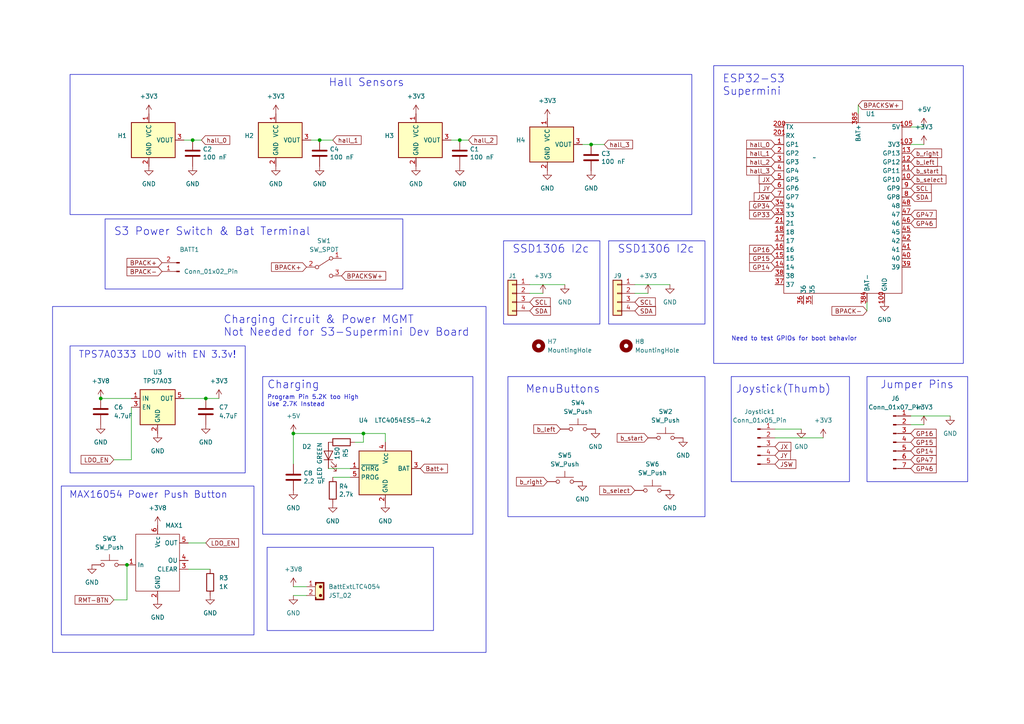
<source format=kicad_sch>
(kicad_sch (version 20230121) (generator eeschema)
  (paper "A4")
  (lib_symbols
    (symbol "Battery_Management:LTC4054ES5-4.2"
      (property "Reference" "U" (at -5.842 6.604 0))
      (property "Value" "LTC4054ES5-4.2" (at 1.524 6.604 0))
      (symbol "LTC4054ES5-4.2_0_1"
        (rectangle (start -7.62 5.08) (end 7.62 -7.62) (stroke (width 0.254)) (fill (type background)))
      )
      (symbol "LTC4054ES5-4.2_1_1"
        (pin open_collector line (at -10.16 0 0) (length 2.54) (name "~{CHRG}") (number "1"))
        (pin power_in line (at 0 -10.16 90) (length 2.54) (name "GND") (number "2"))
        (pin power_out line (at 10.16 0 180) (length 2.54) (name "BAT") (number "3"))
        (pin power_in line (at 0 7.62 270) (length 2.54) (name "V_{CC}") (number "4"))
        (pin bidirectional line (at -10.16 -2.54 0) (length 2.54) (name "PROG") (number "5"))
      )
    )
    (symbol "ChargingStuffsLib:MAX16054"
      (property "Reference" "MAX" (at 0 10.16 0))
      (symbol "MAX16054_0_1"
        (rectangle (start -6.35 2.54) (end 6.35 -13.97))
      )
      (symbol "MAX16054_1_1"
        (pin input line (at -8.89 -6.35 0) (length 2.54) (name "In") (number "1"))
        (pin input line (at 0 -16.51 90) (length 2.54) (name "GND") (number "2"))
        (pin input line (at 8.89 -7.62 180) (length 2.54) (name "CLEAR") (number "3"))
        (pin input line (at 8.89 -5.08 180) (length 2.54) (name "OU") (number "4"))
        (pin input line (at 8.89 0 180) (length 2.54) (name "OUT") (number "5"))
        (pin input line (at 0 5.08 270) (length 2.54) (name "Vcc") (number "6"))
      )
    )
    (symbol "Connector:Conn_01x02_Pin" (pin_names (offset 1.016) hide)
      (property "Reference" "J" (at 0 2.54 0))
      (property "Value" "Conn_01x02_Pin" (at 0 -5.08 0))
      (symbol "Conn_01x02_Pin_1_1"
        (polyline (pts (xy 1.27 -2.54) (xy 0.8636 -2.54)) (stroke (width 0.1524)))
        (polyline (pts (xy 1.27 0) (xy 0.8636 0)) (stroke (width 0.1524)))
        (rectangle (start 0.8636 -2.413) (end 0 -2.667) (stroke (width 0.1524)) (fill (type outline)))
        (rectangle (start 0.8636 0.127) (end 0 -0.127) (stroke (width 0.1524)) (fill (type outline)))
        (pin passive line (at 5.08 0 180) (length 3.81) (name "Pin_1") (number "1"))
        (pin passive line (at 5.08 -2.54 180) (length 3.81) (name "Pin_2") (number "2"))
      )
    )
    (symbol "Connector:Conn_01x05_Pin" (pin_names (offset 1.016) hide)
      (property "Reference" "J" (at 0 7.62 0))
      (property "Value" "Conn_01x05_Pin" (at 0 -7.62 0))
      (symbol "Conn_01x05_Pin_1_1"
        (polyline (pts (xy 1.27 -5.08) (xy 0.8636 -5.08)) (stroke (width 0.1524)))
        (polyline (pts (xy 1.27 -2.54) (xy 0.8636 -2.54)) (stroke (width 0.1524)))
        (polyline (pts (xy 1.27 0) (xy 0.8636 0)) (stroke (width 0.1524)))
        (polyline (pts (xy 1.27 2.54) (xy 0.8636 2.54)) (stroke (width 0.1524)))
        (polyline (pts (xy 1.27 5.08) (xy 0.8636 5.08)) (stroke (width 0.1524)))
        (rectangle (start 0.8636 -4.953) (end 0 -5.207) (stroke (width 0.1524)) (fill (type outline)))
        (rectangle (start 0.8636 -2.413) (end 0 -2.667) (stroke (width 0.1524)) (fill (type outline)))
        (rectangle (start 0.8636 0.127) (end 0 -0.127) (stroke (width 0.1524)) (fill (type outline)))
        (rectangle (start 0.8636 2.667) (end 0 2.413) (stroke (width 0.1524)) (fill (type outline)))
        (rectangle (start 0.8636 5.207) (end 0 4.953) (stroke (width 0.1524)) (fill (type outline)))
        (pin passive line (at 5.08 5.08 180) (length 3.81) (name "Pin_1") (number "1"))
        (pin passive line (at 5.08 2.54 180) (length 3.81) (name "Pin_2") (number "2"))
        (pin passive line (at 5.08 0 180) (length 3.81) (name "Pin_3") (number "3"))
        (pin passive line (at 5.08 -2.54 180) (length 3.81) (name "Pin_4") (number "4"))
        (pin passive line (at 5.08 -5.08 180) (length 3.81) (name "Pin_5") (number "5"))
      )
    )
    (symbol "Connector:Conn_01x07_Pin" (pin_names (offset 1.016) hide)
      (property "Reference" "J" (at 0 10.16 0))
      (property "Value" "Conn_01x07_Pin" (at 0 -10.16 0))
      (symbol "Conn_01x07_Pin_1_1"
        (polyline (pts (xy 1.27 -7.62) (xy 0.8636 -7.62)) (stroke (width 0.1524)))
        (polyline (pts (xy 1.27 -5.08) (xy 0.8636 -5.08)) (stroke (width 0.1524)))
        (polyline (pts (xy 1.27 -2.54) (xy 0.8636 -2.54)) (stroke (width 0.1524)))
        (polyline (pts (xy 1.27 0) (xy 0.8636 0)) (stroke (width 0.1524)))
        (polyline (pts (xy 1.27 2.54) (xy 0.8636 2.54)) (stroke (width 0.1524)))
        (polyline (pts (xy 1.27 5.08) (xy 0.8636 5.08)) (stroke (width 0.1524)))
        (polyline (pts (xy 1.27 7.62) (xy 0.8636 7.62)) (stroke (width 0.1524)))
        (rectangle (start 0.8636 -7.493) (end 0 -7.747) (stroke (width 0.1524)) (fill (type outline)))
        (rectangle (start 0.8636 -4.953) (end 0 -5.207) (stroke (width 0.1524)) (fill (type outline)))
        (rectangle (start 0.8636 -2.413) (end 0 -2.667) (stroke (width 0.1524)) (fill (type outline)))
        (rectangle (start 0.8636 0.127) (end 0 -0.127) (stroke (width 0.1524)) (fill (type outline)))
        (rectangle (start 0.8636 2.667) (end 0 2.413) (stroke (width 0.1524)) (fill (type outline)))
        (rectangle (start 0.8636 5.207) (end 0 4.953) (stroke (width 0.1524)) (fill (type outline)))
        (rectangle (start 0.8636 7.747) (end 0 7.493) (stroke (width 0.1524)) (fill (type outline)))
        (pin passive line (at 5.08 7.62 180) (length 3.81) (name "Pin_1") (number "1"))
        (pin passive line (at 5.08 5.08 180) (length 3.81) (name "Pin_2") (number "2"))
        (pin passive line (at 5.08 2.54 180) (length 3.81) (name "Pin_3") (number "3"))
        (pin passive line (at 5.08 0 180) (length 3.81) (name "Pin_4") (number "4"))
        (pin passive line (at 5.08 -2.54 180) (length 3.81) (name "Pin_5") (number "5"))
        (pin passive line (at 5.08 -5.08 180) (length 3.81) (name "Pin_6") (number "6"))
        (pin passive line (at 5.08 -7.62 180) (length 3.81) (name "Pin_7") (number "7"))
      )
    )
    (symbol "Connector_Generic:Conn_01x04" (pin_names (offset 1.016) hide)
      (property "Reference" "J" (at 0 5.08 0))
      (property "Value" "Conn_01x04" (at 0 -7.62 0))
      (symbol "Conn_01x04_1_1"
        (rectangle (start -1.27 -4.953) (end 0 -5.207) (stroke (width 0.1524)))
        (rectangle (start -1.27 -2.413) (end 0 -2.667) (stroke (width 0.1524)))
        (rectangle (start -1.27 0.127) (end 0 -0.127) (stroke (width 0.1524)))
        (rectangle (start -1.27 2.667) (end 0 2.413) (stroke (width 0.1524)))
        (rectangle (start -1.27 3.81) (end 1.27 -6.35) (stroke (width 0.254)) (fill (type background)))
        (pin passive line (at -5.08 2.54 0) (length 3.81) (name "Pin_1") (number "1"))
        (pin passive line (at -5.08 0 0) (length 3.81) (name "Pin_2") (number "2"))
        (pin passive line (at -5.08 -2.54 0) (length 3.81) (name "Pin_3") (number "3"))
        (pin passive line (at -5.08 -5.08 0) (length 3.81) (name "Pin_4") (number "4"))
      )
    )
    (symbol "Device:C" (pin_numbers hide) (pin_names (offset 0.254))
      (property "Reference" "C" (at 0.635 2.54 0))
      (property "Value" "C" (at 0.635 -2.54 0))
      (symbol "C_0_1"
        (polyline (pts (xy -2.032 -0.762) (xy 2.032 -0.762)) (stroke (width 0.508)))
        (polyline (pts (xy -2.032 0.762) (xy 2.032 0.762)) (stroke (width 0.508)))
      )
      (symbol "C_1_1"
        (pin passive line (at 0 3.81 270) (length 2.794) (name "~") (number "1"))
        (pin passive line (at 0 -3.81 90) (length 2.794) (name "~") (number "2"))
      )
    )
    (symbol "Device:LED" (pin_numbers hide) (pin_names (offset 1.016) hide)
      (property "Reference" "D" (at 0 2.54 0))
      (property "Value" "LED" (at 0 -2.54 0))
      (symbol "LED_0_1"
        (polyline (pts (xy -1.27 -1.27) (xy -1.27 1.27)) (stroke (width 0.2032)))
        (polyline (pts (xy -1.27 0) (xy 1.27 0)))
        (polyline (pts (xy 1.27 -1.27) (xy 1.27 1.27) (xy -1.27 0) (xy 1.27 -1.27)) (stroke (width 0.2032)))
        (polyline (pts (xy -3.048 -0.762) (xy -4.572 -2.286) (xy -3.81 -2.286) (xy -4.572 -2.286) (xy -4.572 -1.524)))
        (polyline (pts (xy -1.778 -0.762) (xy -3.302 -2.286) (xy -2.54 -2.286) (xy -3.302 -2.286) (xy -3.302 -1.524)))
      )
      (symbol "LED_1_1"
        (pin passive line (at -3.81 0 0) (length 2.54) (name "K") (number "1"))
        (pin passive line (at 3.81 0 180) (length 2.54) (name "A") (number "2"))
      )
    )
    (symbol "Device:R" (pin_numbers hide) (pin_names (offset 0))
      (property "Reference" "R" (at 2.032 0 90))
      (property "Value" "R" (at 0 0 90))
      (symbol "R_0_1"
        (rectangle (start -1.016 -2.54) (end 1.016 2.54) (stroke (width 0.254)))
      )
      (symbol "R_1_1"
        (pin passive line (at 0 3.81 270) (length 1.27) (name "~") (number "1"))
        (pin passive line (at 0 -3.81 90) (length 1.27) (name "~") (number "2"))
      )
    )
    (symbol "LASK5-Symbol-Library:ESP32-S3"
      (property "Reference" "U" (at 2.54 10.16 0))
      (symbol "ESP32-S3_0_1"
        (rectangle (start -8.89 10.16) (end 25.4 -39.37))
      )
      (symbol "ESP32-S3_1_1"
        (pin input line (at -11.43 3.81 0) (length 2.54) (name "GP1") (number "1"))
        (pin input line (at 27.94 -6.35 180) (length 2.54) (name "GP10") (number "10"))
        (pin input line (at 20.32 -41.91 90) (length 2.54) (name "GND") (number "100"))
        (pin input line (at 27.94 3.81 180) (length 2.54) (name "3V3") (number "103"))
        (pin input line (at 27.94 8.89 180) (length 2.54) (name "5V") (number "105"))
        (pin input line (at 27.94 -3.81 180) (length 2.54) (name "GP11") (number "11"))
        (pin input line (at 27.94 -1.27 180) (length 2.54) (name "GP12") (number "12"))
        (pin input line (at 27.94 1.27 180) (length 2.54) (name "GP13") (number "13"))
        (pin input line (at -11.43 -31.75 0) (length 2.54) (name "14") (number "14"))
        (pin input line (at -11.43 -29.21 0) (length 2.54) (name "15") (number "15"))
        (pin input line (at -11.43 -26.67 0) (length 2.54) (name "16") (number "16"))
        (pin input line (at -11.43 -24.13 0) (length 2.54) (name "17") (number "17"))
        (pin input line (at -11.43 -21.59 0) (length 2.54) (name "18") (number "18"))
        (pin input line (at -11.43 1.27 0) (length 2.54) (name "GP2") (number "2"))
        (pin input line (at -11.43 8.89 0) (length 2.54) (name "TX") (number "200"))
        (pin input line (at -11.43 6.35 0) (length 2.54) (name "RX") (number "201"))
        (pin input line (at -11.43 -19.05 0) (length 2.54) (name "21") (number "21"))
        (pin input line (at -11.43 -1.27 0) (length 2.54) (name "GP3") (number "3"))
        (pin input line (at -11.43 -16.51 0) (length 2.54) (name "33") (number "33"))
        (pin input line (at -11.43 -13.97 0) (length 2.54) (name "34") (number "34"))
        (pin input line (at -0.635 -42.545 90) (length 2.54) (name "35") (number "35"))
        (pin input line (at -3.175 -42.545 90) (length 2.54) (name "36") (number "36"))
        (pin input line (at -11.43 -36.83 0) (length 2.54) (name "37") (number "37"))
        (pin input line (at -11.43 -34.29 0) (length 2.54) (name "38") (number "38"))
        (pin input line (at 15.24 -41.91 90) (length 2.54) (name "BAT-") (number "384"))
        (pin input line (at 12.7 12.7 270) (length 2.54) (name "BAT+") (number "385"))
        (pin input line (at 27.94 -31.75 180) (length 2.54) (name "39") (number "39"))
        (pin input line (at -11.43 -3.81 0) (length 2.54) (name "GP4") (number "4"))
        (pin input line (at 27.94 -29.21 180) (length 2.54) (name "40") (number "40"))
        (pin input line (at 27.94 -26.67 180) (length 2.54) (name "41") (number "41"))
        (pin input line (at 27.94 -24.13 180) (length 2.54) (name "42") (number "42"))
        (pin input line (at 27.94 -21.59 180) (length 2.54) (name "45") (number "45"))
        (pin input line (at 27.94 -19.05 180) (length 2.54) (name "46") (number "46"))
        (pin input line (at 27.94 -16.51 180) (length 2.54) (name "47") (number "47"))
        (pin input line (at 27.94 -13.97 180) (length 2.54) (name "48") (number "48"))
        (pin input line (at -11.43 -6.35 0) (length 2.54) (name "GP5") (number "5"))
        (pin input line (at -11.43 -8.89 0) (length 2.54) (name "GP6") (number "6"))
        (pin input line (at -11.43 -11.43 0) (length 2.54) (name "GP7") (number "7"))
        (pin input line (at 27.94 -11.43 180) (length 2.54) (name "GP8") (number "8"))
        (pin input line (at 27.94 -8.89 180) (length 2.54) (name "GP9") (number "9"))
      )
    )
    (symbol "Mechanical:MountingHole" (pin_names (offset 1.016))
      (property "Reference" "H" (at 0 5.08 0))
      (property "Value" "MountingHole" (at 0 3.175 0))
      (symbol "MountingHole_0_1"
        (circle (center 0 0) (radius 1.27) (stroke (width 1.27)))
      )
    )
    (symbol "PCM_SL_Connectors:JST_02"
      (property "Reference" "J" (at 0 7.62 0))
      (property "Value" "JST_02" (at 0 5.08 0))
      (symbol "JST_02_0_1"
        (rectangle (start -1.27 2.54) (end 1.27 -2.54) (fill (type background)))
        (polyline (pts (xy -1.27 -1.778) (xy -1.27 -2.54) (xy 1.27 -2.54) (xy 1.27 -1.778) (xy 1.016 -1.778) (xy 1.016 -2.286) (xy -1.016 -2.286) (xy -1.016 -1.778) (xy -1.27 -1.778)) (fill (type outline)))
        (polyline (pts (xy 1.27 1.778) (xy 1.27 2.54) (xy -1.27 2.54) (xy -1.27 1.778) (xy -1.016 1.778) (xy -1.016 2.286) (xy 1.016 2.286) (xy 1.016 1.778) (xy 1.27 1.778)) (fill (type outline)))
        (circle (center 0.254 -1.27) (radius 0.381) (fill (type outline)))
        (circle (center 0.254 1.27) (radius 0.381) (fill (type outline)))
        (rectangle (start 1.016 1.778) (end 1.27 -1.778) (fill (type outline)))
      )
      (symbol "JST_02_1_1"
        (pin passive line (at -3.81 1.27 0) (length 2.54) (name "") (number "1"))
        (pin passive line (at -3.81 -1.27 0) (length 2.54) (name "") (number "2"))
      )
    )
    (symbol "Regulator_Linear:TPS7A0508PDBV"
      (property "Reference" "U5" (at 0 10.16 0))
      (property "Value" "TPS7A03" (at 0 7.62 0))
      (symbol "TPS7A0508PDBV_0_1"
        (rectangle (start -5.08 -5.08) (end 5.08 5.08) (stroke (width 0.254)) (fill (type background)))
        (pin power_in line (at -7.62 2.54 0) (length 2.54) (name "IN") (number "1"))
        (pin power_in line (at 0 -7.62 90) (length 2.54) (name "GND") (number "2"))
        (pin input line (at -7.62 0 0) (length 2.54) (name "EN") (number "3"))
        (pin no_connect line (at 5.08 0 180) (length 2.54) hide (name "NC") (number "4"))
        (pin power_out line (at 7.62 2.54 180) (length 2.54) (name "OUT") (number "5"))
      )
    )
    (symbol "Sensor_Current:A1369xUA-10"
      (property "Reference" "U" (at 8.89 6.35 0))
      (property "Value" "A1369xUA-10" (at 8.89 3.81 0))
      (symbol "A1369xUA-10_0_1"
        (rectangle (start -5.08 5.08) (end 7.62 -5.08) (stroke (width 0.254)) (fill (type background)))
      )
      (symbol "A1369xUA-10_1_1"
        (pin power_in line (at 0 7.62 270) (length 2.54) (name "VCC") (number "1"))
        (pin power_in line (at 0 -7.62 90) (length 2.54) (name "GND") (number "2"))
        (pin output line (at 10.16 0 180) (length 2.54) (name "VOUT") (number "3"))
      )
    )
    (symbol "Switch:SW_Push" (pin_numbers hide) (pin_names (offset 1.016) hide)
      (property "Reference" "SW" (at 1.27 2.54 0))
      (property "Value" "SW_Push" (at 0 -1.524 0))
      (symbol "SW_Push_0_1"
        (circle (center -2.032 0) (radius 0.508))
        (polyline (pts (xy 0 1.27) (xy 0 3.048)))
        (polyline (pts (xy 2.54 1.27) (xy -2.54 1.27)))
        (circle (center 2.032 0) (radius 0.508))
        (pin passive line (at -5.08 0 0) (length 2.54) (name "1") (number "1"))
        (pin passive line (at 5.08 0 180) (length 2.54) (name "2") (number "2"))
      )
    )
    (symbol "Switch:SW_SPDT" (pin_names (offset 0) hide)
      (property "Reference" "SW" (at 0 4.318 0))
      (property "Value" "SW_SPDT" (at 0 -5.08 0))
      (symbol "SW_SPDT_0_0"
        (circle (center -2.032 0) (radius 0.508))
        (circle (center 2.032 -2.54) (radius 0.508))
      )
      (symbol "SW_SPDT_0_1"
        (polyline (pts (xy -1.524 0.254) (xy 1.651 2.286)))
        (circle (center 2.032 2.54) (radius 0.508))
      )
      (symbol "SW_SPDT_1_1"
        (pin passive line (at 5.08 2.54 180) (length 2.54) (name "A") (number "1"))
        (pin passive line (at -5.08 0 0) (length 2.54) (name "B") (number "2"))
        (pin passive line (at 5.08 -2.54 180) (length 2.54) (name "C") (number "3"))
      )
    )
    (symbol "power:+3V3" (power) (pin_names (offset 0))
      (property "Value" "+3V3" (at 0 3.556 0))
      (symbol "+3V3_0_1"
        (polyline (pts (xy -0.762 1.27) (xy 0 2.54)))
        (polyline (pts (xy 0 0) (xy 0 2.54)))
        (polyline (pts (xy 0 2.54) (xy 0.762 1.27)))
      )
      (symbol "+3V3_1_1"
        (pin power_in line (at 0 0 90) (length 0) hide (name "+3V3") (number "1"))
      )
    )
    (symbol "power:+3V8" (power) (pin_names (offset 0))
      (property "Value" "+3V8" (at 0 3.556 0))
      (symbol "+3V8_0_1"
        (polyline (pts (xy -0.762 1.27) (xy 0 2.54)))
        (polyline (pts (xy 0 0) (xy 0 2.54)))
        (polyline (pts (xy 0 2.54) (xy 0.762 1.27)))
      )
      (symbol "+3V8_1_1"
        (pin power_in line (at 0 0 90) (length 0) hide (name "+3V8") (number "1"))
      )
    )
    (symbol "power:+5V" (power) (pin_names (offset 0))
      (property "Value" "+5V" (at 0 3.556 0))
      (symbol "+5V_0_1"
        (polyline (pts (xy -0.762 1.27) (xy 0 2.54)))
        (polyline (pts (xy 0 0) (xy 0 2.54)))
        (polyline (pts (xy 0 2.54) (xy 0.762 1.27)))
      )
      (symbol "+5V_1_1"
        (pin power_in line (at 0 0 90) (length 0) hide (name "+5V") (number "1"))
      )
    )
    (symbol "power:GND" (power) (pin_names (offset 0))
      (property "Value" "GND" (at 0 -3.81 0))
      (symbol "GND_0_1"
        (polyline (pts (xy 0 0) (xy 0 -1.27) (xy 1.27 -1.27) (xy 0 -2.54) (xy -1.27 -1.27) (xy 0 -1.27)))
      )
      (symbol "GND_1_1"
        (pin power_in line (at 0 0 270) (length 0) hide (name "GND") (number "1"))
      )
    )
  )
  (junction (at 133.35 40.64))
  (junction (at 36.83 163.83))
  (junction (at 105.41 125.73))
  (junction (at 59.69 115.57))
  (junction (at 92.71 40.64))
  (junction (at 29.21 115.57))
  (junction (at 85.09 125.73))
  (junction (at 171.45 41.91))
  (junction (at 55.88 40.64))
  (wire (pts (xy 36.83 173.99) (xy 33.02 173.99)))
  (wire (pts (xy 267.97 36.83) (xy 264.16 36.83)))
  (wire (pts (xy 55.88 40.64) (xy 53.34 40.64)))
  (wire (pts (xy 85.09 172.72) (xy 88.9 172.72)))
  (wire (pts (xy 105.41 125.73) (xy 111.76 125.73)))
  (wire (pts (xy 175.26 41.91) (xy 171.45 41.91)))
  (wire (pts (xy 248.92 30.48) (xy 248.92 33.02)))
  (wire (pts (xy 232.41 124.46) (xy 224.79 124.46)))
  (wire (pts (xy 85.09 134.62) (xy 85.09 125.73)))
  (wire (pts (xy 163.83 82.55) (xy 153.67 82.55)))
  (wire (pts (xy 92.71 40.64) (xy 90.17 40.64)))
  (wire (pts (xy 95.25 135.89) (xy 101.6 135.89)))
  (wire (pts (xy 171.45 41.91) (xy 168.91 41.91)))
  (wire (pts (xy 105.41 128.27) (xy 105.41 125.73)))
  (wire (pts (xy 251.46 90.17) (xy 251.46 87.63)))
  (wire (pts (xy 102.87 128.27) (xy 105.41 128.27)))
  (wire (pts (xy 133.35 40.64) (xy 130.81 40.64)))
  (wire (pts (xy 267.97 123.19) (xy 264.16 123.19)))
  (wire (pts (xy 38.1 133.35) (xy 33.02 133.35)))
  (wire (pts (xy 63.5 115.57) (xy 59.69 115.57)))
  (wire (pts (xy 238.76 127) (xy 224.79 127)))
  (wire (pts (xy 29.21 115.57) (xy 38.1 115.57)))
  (wire (pts (xy 135.89 40.64) (xy 133.35 40.64)))
  (wire (pts (xy 275.59 120.65) (xy 264.16 120.65)))
  (wire (pts (xy 59.69 115.57) (xy 53.34 115.57)))
  (wire (pts (xy 96.52 40.64) (xy 92.71 40.64)))
  (wire (pts (xy 54.61 165.1) (xy 60.96 165.1)))
  (wire (pts (xy 96.52 138.43) (xy 101.6 138.43)))
  (wire (pts (xy 85.09 125.73) (xy 105.41 125.73)))
  (wire (pts (xy 85.09 170.18) (xy 88.9 170.18)))
  (wire (pts (xy 59.69 157.48) (xy 54.61 157.48)))
  (wire (pts (xy 111.76 125.73) (xy 111.76 128.27)))
  (wire (pts (xy 267.97 41.91) (xy 264.16 41.91)))
  (wire (pts (xy 194.31 82.55) (xy 184.15 82.55)))
  (wire (pts (xy 187.96 85.09) (xy 184.15 85.09)))
  (wire (pts (xy 58.42 40.64) (xy 55.88 40.64)))
  (wire (pts (xy 38.1 118.11) (xy 38.1 133.35)))
  (wire (pts (xy 157.48 85.09) (xy 153.67 85.09)))
  (wire (pts (xy 36.83 163.83) (xy 36.83 173.99)))
  (rectangle (start 20.32 100.33) (end 71.12 137.16))
  (rectangle (start 212.09 109.22) (end 246.38 139.7))
  (rectangle (start 207.01 19.05) (end 279.4 105.41))
  (rectangle (start 30.48 63.5) (end 116.84 83.82))
  (rectangle (start 176.53 69.85) (end 204.47 93.98))
  (rectangle (start 251.46 109.22) (end 280.67 139.7))
  (rectangle (start 17.78 140.97) (end 73.66 184.15))
  (rectangle (start 147.32 109.22) (end 204.47 149.86))
  (rectangle (start 146.05 69.85) (end 173.99 93.98))
  (rectangle (start 15.24 88.9) (end 140.97 189.23))
  (rectangle (start 76.2 109.22) (end 137.16 154.94))
  (rectangle (start 77.47 158.75) (end 125.73 182.88))
  (rectangle (start 20.32 21.59) (end 200.66 62.23))
  (text "Jumper Pins" (at 255.27 113.03 0) (effects (font (size 2.27 2.27)) (justify left bottom)))
  (text "MenuButtons\n" (at 152.4 114.3 0) (effects (font (size 2.27 2.27)) (justify left bottom)))
  (text "MAX16054 Power Push Button" (at 66.04 144.78 0) (effects (font (size 2 2)) (justify right bottom)))
  (text "Joystick(Thumb)" (at 213.36 114.3 0) (effects (font (size 2.27 2.27)) (justify left bottom)))
  (text "Program Pin 5.2K too High\nUse 2.7K Instead\n" (at 77.47 118.11 0) (effects (font (size 1.27 1.27)) (justify left bottom)))
  (text "Charging\n" (at 77.47 113.03 0) (effects (font (size 2.27 2.27)) (justify left bottom)))
  (text "ESP32-S3\nSupermini" (at 209.55 27.94 0) (effects (font (size 2.27 2.27)) (justify left bottom)))
  (text "Need to test GPIOs for boot behavior" (at 212.09 99.06 0) (effects (font (size 1.27 1.27)) (justify left bottom)))
  (text "SSD1306 I2c" (at 179.07 73.66 0) (effects (font (size 2.27 2.27)) (justify left bottom)))
  (text "Charging Circuit & Power MGMT\nNot Needed for S3-Supermini Dev Board" (at 64.77 97.79 0) (effects (font (size 2.27 2.27)) (justify left bottom)))
  (text "SSD1306 I2c" (at 148.59 73.66 0) (effects (font (size 2.27 2.27)) (justify left bottom)))
  (text "TPS7A0333 LDO with EN 3.3v!" (at 68.58 104.14 0) (effects (font (size 2 2)) (justify right bottom)))
  (text "Hall Sensors" (at 95.25 25.4 0) (effects (font (size 2.27 2.27)) (justify left bottom)))
  (text "S3 Power Switch & Bat Terminal" (at 33.02 68.58 0) (effects (font (size 2.27 2.27)) (justify left bottom)))
  (global_label "LDO_EN" (shape input) (at 33.02 133.35 180) (property "Intersheetrefs" "${INTERSHEET_REFS}" (effects hide)))
  (global_label "SCL" (shape input) (at 153.67 87.63 0) (property "Intersheetrefs" "${INTERSHEET_REFS}" (effects hide)))
  (global_label "BPACK-" (shape input) (at 46.99 78.74 180) (property "Intersheetrefs" "${INTERSHEET_REFS}" (effects hide)))
  (global_label "BPACK-" (shape input) (at 251.46 90.17 180) (property "Intersheetrefs" "${INTERSHEET_REFS}" (effects hide)))
  (global_label "b_left" (shape input) (at 162.56 124.46 180) (property "Intersheetrefs" "${INTERSHEET_REFS}" (effects hide)))
  (global_label "b_start" (shape input) (at 264.16 49.53 0) (property "Intersheetrefs" "${INTERSHEET_REFS}" (effects hide)))
  (global_label "GP47" (shape input) (at 264.16 133.35 0) (property "Intersheetrefs" "${INTERSHEET_REFS}" (effects hide)))
  (global_label "GP46" (shape input) (at 264.16 64.77 0) (property "Intersheetrefs" "${INTERSHEET_REFS}" (effects hide)))
  (global_label "hall_0" (shape input) (at 224.79 41.91 180) (property "Intersheetrefs" "${INTERSHEET_REFS}" (effects hide)))
  (global_label "JY" (shape input) (at 224.79 132.08 0) (property "Intersheetrefs" "${INTERSHEET_REFS}" (effects hide)))
  (global_label "BPACK+" (shape input) (at 46.99 76.2 180) (property "Intersheetrefs" "${INTERSHEET_REFS}" (effects hide)))
  (global_label "b_start" (shape input) (at 187.96 127 180) (property "Intersheetrefs" "${INTERSHEET_REFS}" (effects hide)))
  (global_label "hall_3" (shape input) (at 175.26 41.91 0) (property "Intersheetrefs" "${INTERSHEET_REFS}" (effects hide)))
  (global_label "hall_2" (shape input) (at 224.79 46.99 180) (property "Intersheetrefs" "${INTERSHEET_REFS}" (effects hide)))
  (global_label "LDO_EN" (shape input) (at 59.69 157.48 0) (property "Intersheetrefs" "${INTERSHEET_REFS}" (effects hide)))
  (global_label "SCL" (shape input) (at 264.16 54.61 0) (property "Intersheetrefs" "${INTERSHEET_REFS}" (effects hide)))
  (global_label "hall_2" (shape input) (at 135.89 40.64 0) (property "Intersheetrefs" "${INTERSHEET_REFS}" (effects hide)))
  (global_label "hall_1" (shape input) (at 224.79 44.45 180) (property "Intersheetrefs" "${INTERSHEET_REFS}" (effects hide)))
  (global_label "b_select" (shape input) (at 264.16 52.07 0) (property "Intersheetrefs" "${INTERSHEET_REFS}" (effects hide)))
  (global_label "b_select" (shape input) (at 184.15 142.24 180) (property "Intersheetrefs" "${INTERSHEET_REFS}" (effects hide)))
  (global_label "GP34" (shape input) (at 224.79 59.69 180) (property "Intersheetrefs" "${INTERSHEET_REFS}" (effects hide)))
  (global_label "SCL" (shape input) (at 184.15 87.63 0) (property "Intersheetrefs" "${INTERSHEET_REFS}" (effects hide)))
  (global_label "BPACK+" (shape input) (at 88.9 77.47 180) (property "Intersheetrefs" "${INTERSHEET_REFS}" (effects hide)))
  (global_label "GP47" (shape input) (at 264.16 62.23 0) (property "Intersheetrefs" "${INTERSHEET_REFS}" (effects hide)))
  (global_label "b_left" (shape input) (at 264.16 46.99 0) (property "Intersheetrefs" "${INTERSHEET_REFS}" (effects hide)))
  (global_label "JY" (shape input) (at 224.79 54.61 180) (property "Intersheetrefs" "${INTERSHEET_REFS}" (effects hide)))
  (global_label "Batt+" (shape input) (at 121.92 135.89 0) (property "Intersheetrefs" "${INTERSHEET_REFS}" (effects hide)))
  (global_label "SDA" (shape input) (at 264.16 57.15 0) (property "Intersheetrefs" "${INTERSHEET_REFS}" (effects hide)))
  (global_label "SDA" (shape input) (at 184.15 90.17 0) (property "Intersheetrefs" "${INTERSHEET_REFS}" (effects hide)))
  (global_label "SDA" (shape input) (at 153.67 90.17 0) (property "Intersheetrefs" "${INTERSHEET_REFS}" (effects hide)))
  (global_label "hall_1" (shape input) (at 96.52 40.64 0) (property "Intersheetrefs" "${INTERSHEET_REFS}" (effects hide)))
  (global_label "JSW" (shape input) (at 224.79 57.15 180) (property "Intersheetrefs" "${INTERSHEET_REFS}" (effects hide)))
  (global_label "hall_3" (shape input) (at 224.79 49.53 180) (property "Intersheetrefs" "${INTERSHEET_REFS}" (effects hide)))
  (global_label "BPACKSW+" (shape input) (at 99.06 80.01 0) (property "Intersheetrefs" "${INTERSHEET_REFS}" (effects hide)))
  (global_label "GP33" (shape input) (at 224.79 62.23 180) (property "Intersheetrefs" "${INTERSHEET_REFS}" (effects hide)))
  (global_label "GP16" (shape input) (at 264.16 125.73 0) (property "Intersheetrefs" "${INTERSHEET_REFS}" (effects hide)))
  (global_label "GP46" (shape input) (at 264.16 135.89 0) (property "Intersheetrefs" "${INTERSHEET_REFS}" (effects hide)))
  (global_label "JX" (shape input) (at 224.79 129.54 0) (property "Intersheetrefs" "${INTERSHEET_REFS}" (effects hide)))
  (global_label "JSW" (shape input) (at 224.79 134.62 0) (property "Intersheetrefs" "${INTERSHEET_REFS}" (effects hide)))
  (global_label "GP16" (shape input) (at 224.79 72.39 180) (property "Intersheetrefs" "${INTERSHEET_REFS}" (effects hide)))
  (global_label "BPACKSW+" (shape input) (at 248.92 30.48 0) (property "Intersheetrefs" "${INTERSHEET_REFS}" (effects hide)))
  (global_label "b_right" (shape input) (at 264.16 44.45 0) (property "Intersheetrefs" "${INTERSHEET_REFS}" (effects hide)))
  (global_label "b_right" (shape input) (at 158.75 139.7 180) (property "Intersheetrefs" "${INTERSHEET_REFS}" (effects hide)))
  (global_label "GP15" (shape input) (at 224.79 74.93 180) (property "Intersheetrefs" "${INTERSHEET_REFS}" (effects hide)))
  (global_label "GP15" (shape input) (at 264.16 128.27 0) (property "Intersheetrefs" "${INTERSHEET_REFS}" (effects hide)))
  (global_label "GP14" (shape input) (at 264.16 130.81 0) (property "Intersheetrefs" "${INTERSHEET_REFS}" (effects hide)))
  (global_label "hall_0" (shape input) (at 58.42 40.64 0) (property "Intersheetrefs" "${INTERSHEET_REFS}" (effects hide)))
  (global_label "GP14" (shape input) (at 224.79 77.47 180) (property "Intersheetrefs" "${INTERSHEET_REFS}" (effects hide)))
  (global_label "JX" (shape input) (at 224.79 52.07 180) (property "Intersheetrefs" "${INTERSHEET_REFS}" (effects hide)))
  (global_label "RMT-BTN" (shape input) (at 33.02 173.99 180) (property "Intersheetrefs" "${INTERSHEET_REFS}" (effects hide)))
  (symbol (lib_id "power:+5V") (at 267.97 36.83 0) (unit 1)
    (property "Reference" "#PWR012" (effects hide))
    (property "Value" "+5V" (at 267.97 31.75 0))
  )
  (symbol (lib_id "power:GND") (at 85.09 142.24 0) (unit 1)
    (property "Reference" "#PWR034" (effects hide))
    (property "Value" "GND" (at 85.09 147.32 0))
  )
  (symbol (lib_id "power:GND") (at 80.01 48.26 0) (unit 1)
    (property "Reference" "#PWR014" (effects hide))
    (property "Value" "GND" (at 80.01 53.34 0))
  )
  (symbol (lib_id "Sensor_Current:A1369xUA-10") (at 43.18 40.64 0) (unit 1)
    (property "Reference" "H1" (at 36.83 39.37 0) (effects (justify right)))
    (property "Value" "A1369xUA-10" (effects hide))
    (property "Footprint" "Connector_PinHeader_2.00mm:PinHeader_1x03_P2.00mm_Vertical" (effects hide))
    (property "Datasheet" "http://www.allegromicro.com/~/media/Files/Datasheets/A1369-Datasheet.ashx?la=en" (effects hide))
  )
  (symbol (lib_id "power:+3V8") (at 85.09 170.18 0) (unit 1)
    (property "Reference" "#PWR038" (effects hide))
    (property "Value" "+3V8" (at 85.09 165.1 0))
  )
  (symbol (lib_id "ChargingStuffsLib:MAX16054") (at 45.72 157.48 0) (unit 1)
    (property "Reference" "MAX1" (at 47.9141 152.4 0) (effects (justify left)))
    (property "Value" "~" (at 45.72 157.48 0))
    (property "Footprint" "Package_TO_SOT_SMD:SOT-23-6" (effects hide))
  )
  (symbol (lib_id "power:+3V8") (at 29.21 115.57 0) (unit 1)
    (property "Reference" "#PWR023" (effects hide))
    (property "Value" "+3V8" (at 29.21 110.49 0))
  )
  (symbol (lib_id "Device:C") (at 59.69 119.38 0) (unit 1)
    (property "Reference" "C7" (at 63.5 118.11 0) (effects (justify left)))
    (property "Value" "4.7uF" (at 63.5 120.65 0) (effects (justify left)))
    (property "Footprint" "Capacitor_SMD:C_0805_2012Metric" (effects hide))
  )
  (symbol (lib_id "power:GND") (at 26.67 163.83 0) (unit 1)
    (property "Reference" "#PWR022" (effects hide))
    (property "Value" "GND" (at 26.67 168.91 0))
  )
  (symbol (lib_id "power:GND") (at 85.09 172.72 0) (unit 1)
    (property "Reference" "#PWR039" (effects hide))
    (property "Value" "GND" (at 85.09 177.8 0))
  )
  (symbol (lib_id "Regulator_Linear:TPS7A0508PDBV") (at 45.72 118.11 0) (unit 1)
    (property "Reference" "U3" (at 45.72 107.95 0))
    (property "Value" "TPS7A03" (at 45.72 110.49 0))
    (property "Footprint" "Package_TO_SOT_SMD:SOT-23-5" (effects hide))
    (property "Datasheet" "https://www.ti.com/lit/ds/symlink/tps7a05.pdf" (effects hide))
  )
  (symbol (lib_id "power:GND") (at 29.21 123.19 0) (unit 1)
    (property "Reference" "#PWR024" (effects hide))
    (property "Value" "GND" (at 29.21 128.27 0))
  )
  (symbol (lib_id "Device:C") (at 29.21 119.38 0) (unit 1)
    (property "Reference" "C6" (at 33.02 118.11 0) (effects (justify left)))
    (property "Value" "4.7uF" (at 33.02 120.65 0) (effects (justify left)))
    (property "Footprint" "Capacitor_SMD:C_0805_2012Metric" (effects hide))
  )
  (symbol (lib_id "power:GND") (at 158.75 49.53 0) (unit 1)
    (property "Reference" "#PWR07" (effects hide))
    (property "Value" "GND" (at 158.75 54.61 0))
  )
  (symbol (lib_id "power:+3V3") (at 238.76 127 0) (unit 1)
    (property "Reference" "#PWR042" (effects hide))
    (property "Value" "+3V3" (at 238.76 121.92 0))
  )
  (symbol (lib_id "power:GND") (at 198.12 127 0) (unit 1)
    (property "Reference" "#PWR036" (effects hide))
    (property "Value" "GND" (at 198.12 132.08 0))
  )
  (symbol (lib_id "power:+3V3") (at 267.97 41.91 0) (unit 1)
    (property "Reference" "#PWR011" (effects hide))
    (property "Value" "+3V3" (at 267.97 36.83 0))
  )
  (symbol (lib_id "power:GND") (at 172.72 124.46 0) (unit 1)
    (property "Reference" "#PWR020" (effects hide))
    (property "Value" "GND" (at 172.72 129.54 0))
  )
  (symbol (lib_id "Mechanical:MountingHole") (at 156.21 100.33 0) (unit 1)
    (property "Reference" "H7" (at 158.75 99.06 0) (effects (justify left)))
    (property "Value" "MountingHole" (at 158.75 101.6 0) (effects (justify left)))
    (property "Footprint" "MountingHole:MountingHole_2.2mm_M2" (effects hide))
  )
  (symbol (lib_id "power:GND") (at 96.52 146.05 0) (unit 1)
    (property "Reference" "#PWR035" (effects hide))
    (property "Value" "GND" (at 96.52 151.13 0))
  )
  (symbol (lib_id "power:GND") (at 133.35 48.26 0) (unit 1)
    (property "Reference" "#PWR03" (effects hide))
    (property "Value" "GND" (at 133.35 53.34 0))
  )
  (symbol (lib_id "Battery_Management:LTC4054ES5-4.2") (at 111.76 135.89 0) (unit 1)
    (property "Reference" "U4" (at 105.41 121.92 0))
    (property "Value" "LTC4054ES5-4.2" (at 116.84 121.92 0))
    (property "Footprint" "Package_TO_SOT_SMD:TSOT-23-5" (effects hide))
    (property "Datasheet" "https://www.analog.com/media/en/technical-documentation/data-sheets/405442xf.pdf" (effects hide))
  )
  (symbol (lib_id "power:GND") (at 43.18 48.26 0) (unit 1)
    (property "Reference" "#PWR06" (effects hide))
    (property "Value" "GND" (at 43.18 53.34 0))
  )
  (symbol (lib_id "power:+3V3") (at 187.96 85.09 0) (unit 1)
    (property "Reference" "#PWR043" (effects hide))
    (property "Value" "+3V3" (at 187.96 80.01 0))
  )
  (symbol (lib_id "power:GND") (at 194.31 82.55 0) (unit 1)
    (property "Reference" "#PWR044" (effects hide))
    (property "Value" "GND" (at 194.31 87.63 0))
  )
  (symbol (lib_id "Device:C") (at 171.45 45.72 180) (unit 1)
    (property "Reference" "C3" (at 174.371 44.5516 0) (effects (justify right)))
    (property "Value" "100 nF" (at 174.371 46.863 0) (effects (justify right)))
    (property "Footprint" "Capacitor_SMD:C_0402_1005Metric" (effects hide))
    (property "JLCPN" "C1525" (effects hide))
  )
  (symbol (lib_id "power:+3V3") (at 158.75 34.29 0) (unit 1)
    (property "Reference" "#PWR04" (effects hide))
    (property "Value" "+3V3" (at 158.75 29.21 0))
  )
  (symbol (lib_id "Sensor_Current:A1369xUA-10") (at 120.65 40.64 0) (unit 1)
    (property "Reference" "H3" (at 114.3 39.37 0) (effects (justify right)))
    (property "Value" "A1369xUA-10" (effects hide))
    (property "Footprint" "Connector_PinHeader_2.00mm:PinHeader_1x03_P2.00mm_Vertical" (effects hide))
    (property "Datasheet" "http://www.allegromicro.com/~/media/Files/Datasheets/A1369-Datasheet.ashx?la=en" (effects hide))
  )
  (symbol (lib_id "Switch:SW_Push") (at 189.23 142.24 0) (unit 1)
    (property "Reference" "SW6" (at 189.23 134.62 0))
    (property "Value" "SW_Push" (at 189.23 137.16 0))
    (property "Footprint" "OpenMuscleDevKit:EVQP2P02M" (effects hide))
  )
  (symbol (lib_id "Device:R") (at 60.96 168.91 0) (unit 1)
    (property "Reference" "R3" (at 63.5 167.64 0) (effects (justify left)))
    (property "Value" "1K" (at 63.5 170.18 0) (effects (justify left)))
    (property "Footprint" "Resistor_SMD:R_0603_1608Metric" (effects hide))
  )
  (symbol (lib_id "Connector:Conn_01x02_Pin") (at 52.07 78.74 180) (unit 1)
    (property "Reference" "BATT1" (at 52.07 72.39 0) (effects (justify right)))
    (property "Value" "Conn_01x02_Pin" (at 53.34 78.74 0) (effects (justify right)))
    (property "Footprint" "Connector_PinHeader_2.54mm:PinHeader_1x02_P2.54mm_Vertical" (effects hide))
  )
  (symbol (lib_id "LASK5-Symbol-Library:ESP32-S3") (at 236.22 45.72 0) (unit 1)
    (property "Reference" "U1" (at 251.1141 33.02 0) (effects (justify left)))
    (property "Value" "~" (at 236.22 45.72 0))
    (property "Footprint" "OpenMuscleDevKit:ESP32-S3-Super Mini" (effects hide))
  )
  (symbol (lib_id "power:+3V3") (at 43.18 33.02 0) (unit 1)
    (property "Reference" "#PWR05" (effects hide))
    (property "Value" "+3V3" (at 43.18 27.94 0))
  )
  (symbol (lib_id "power:GND") (at 92.71 48.26 0) (unit 1)
    (property "Reference" "#PWR015" (effects hide))
    (property "Value" "GND" (at 92.71 53.34 0))
  )
  (symbol (lib_id "Device:R") (at 96.52 142.24 0) (unit 1)
    (property "Reference" "R4" (at 98.298 141.0716 0) (effects (justify left)))
    (property "Value" "2.7k" (at 98.298 143.383 0) (effects (justify left)))
    (property "Footprint" "Resistor_SMD:R_0603_1608Metric" (effects hide))
    (property "JLCPN" "C25905" (effects hide))
  )
  (symbol (lib_id "power:GND") (at 60.96 172.72 0) (unit 1)
    (property "Reference" "#PWR031" (effects hide))
    (property "Value" "GND" (at 60.96 177.8 0))
  )
  (symbol (lib_id "power:+3V3") (at 267.97 123.19 0) (unit 1)
    (property "Reference" "#PWR018" (effects hide))
    (property "Value" "+3V3" (at 267.97 118.11 0))
  )
  (symbol (lib_id "power:GND") (at 120.65 48.26 0) (unit 1)
    (property "Reference" "#PWR02" (effects hide))
    (property "Value" "GND" (at 120.65 53.34 0))
  )
  (symbol (lib_id "Sensor_Current:A1369xUA-10") (at 80.01 40.64 0) (unit 1)
    (property "Reference" "H2" (at 73.66 39.37 0) (effects (justify right)))
    (property "Value" "A1369xUA-10" (effects hide))
    (property "Footprint" "Connector_PinHeader_2.00mm:PinHeader_1x03_P2.00mm_Vertical" (effects hide))
    (property "Datasheet" "http://www.allegromicro.com/~/media/Files/Datasheets/A1369-Datasheet.ashx?la=en" (effects hide))
  )
  (symbol (lib_id "power:GND") (at 168.91 139.7 0) (unit 1)
    (property "Reference" "#PWR021" (effects hide))
    (property "Value" "GND" (at 168.91 144.78 0))
  )
  (symbol (lib_id "Switch:SW_Push") (at 31.75 163.83 0) (unit 1)
    (property "Reference" "SW3" (at 31.75 156.21 0))
    (property "Value" "SW_Push" (at 31.75 158.75 0))
    (property "Footprint" "OpenMuscleDevKit:EVQP2P02M" (effects hide))
  )
  (symbol (lib_id "Connector:Conn_01x05_Pin") (at 219.71 129.54 0) (unit 1)
    (property "Reference" "Joystick1" (at 220.345 119.38 0))
    (property "Value" "Conn_01x05_Pin" (at 220.345 121.92 0))
    (property "Footprint" "Connector_PinHeader_2.54mm:PinHeader_1x05_P2.54mm_Vertical" (effects hide))
  )
  (symbol (lib_id "Switch:SW_SPDT") (at 93.98 77.47 0) (unit 1)
    (property "Reference" "SW1" (at 93.98 69.85 0))
    (property "Value" "SW_SPDT" (at 93.98 72.39 0))
    (property "Footprint" "Connector_PinHeader_2.54mm:PinHeader_1x03_P2.54mm_Vertical" (effects hide))
  )
  (symbol (lib_id "power:GND") (at 171.45 49.53 0) (unit 1)
    (property "Reference" "#PWR09" (effects hide))
    (property "Value" "GND" (at 171.45 54.61 0))
  )
  (symbol (lib_id "power:GND") (at 55.88 48.26 0) (unit 1)
    (property "Reference" "#PWR08" (effects hide))
    (property "Value" "GND" (at 55.88 53.34 0))
  )
  (symbol (lib_id "Connector_Generic:Conn_01x04") (at 179.07 85.09 0) (mirror y) (unit 1)
    (property "Reference" "J9" (at 180.34 80.01 0) (effects (justify left)))
    (property "Value" "Conn_01x04" (effects hide))
    (property "Footprint" "Connector_PinHeader_2.54mm:PinHeader_1x04_P2.54mm_Vertical" (effects hide))
  )
  (symbol (lib_id "Device:C") (at 85.09 138.43 180) (unit 1)
    (property "Reference" "C8" (at 88.011 137.2616 0) (effects (justify right)))
    (property "Value" "2.2 uF" (at 88.011 139.573 0) (effects (justify right)))
    (property "Footprint" "Capacitor_SMD:C_0603_1608Metric" (effects hide))
    (property "JLCPN" "C12530" (effects hide))
  )
  (symbol (lib_id "Connector:Conn_01x07_Pin") (at 259.08 128.27 0) (unit 1)
    (property "Reference" "J6" (at 259.715 115.57 0))
    (property "Value" "Conn_01x07_Pin" (at 259.715 118.11 0))
    (property "Footprint" "Connector_PinHeader_2.54mm:PinHeader_1x07_P2.54mm_Vertical" (effects hide))
  )
  (symbol (lib_id "power:GND") (at 45.72 173.99 0) (unit 1)
    (property "Reference" "#PWR029" (effects hide))
    (property "Value" "GND" (at 45.72 179.07 0))
  )
  (symbol (lib_id "power:+3V3") (at 63.5 115.57 0) (unit 1)
    (property "Reference" "#PWR032" (effects hide))
    (property "Value" "+3V3" (at 63.5 110.49 0))
  )
  (symbol (lib_id "Device:C") (at 55.88 44.45 180) (unit 1)
    (property "Reference" "C2" (at 58.801 43.2816 0) (effects (justify right)))
    (property "Value" "100 nF" (at 58.801 45.593 0) (effects (justify right)))
    (property "Footprint" "Capacitor_SMD:C_0402_1005Metric" (effects hide))
    (property "JLCPN" "C1525" (effects hide))
  )
  (symbol (lib_id "power:GND") (at 232.41 124.46 0) (unit 1)
    (property "Reference" "#PWR041" (effects hide))
    (property "Value" "GND" (at 232.41 129.54 0))
  )
  (symbol (lib_id "power:GND") (at 194.31 142.24 0) (unit 1)
    (property "Reference" "#PWR040" (effects hide))
    (property "Value" "GND" (at 194.31 147.32 0))
  )
  (symbol (lib_id "Mechanical:MountingHole") (at 181.61 100.33 0) (unit 1)
    (property "Reference" "H8" (at 184.15 99.06 0) (effects (justify left)))
    (property "Value" "MountingHole" (at 184.15 101.6 0) (effects (justify left)))
    (property "Footprint" "MountingHole:MountingHole_2.2mm_M2" (effects hide))
  )
  (symbol (lib_id "Device:C") (at 133.35 44.45 180) (unit 1)
    (property "Reference" "C1" (at 136.271 43.2816 0) (effects (justify right)))
    (property "Value" "100 nF" (at 136.271 45.593 0) (effects (justify right)))
    (property "Footprint" "Capacitor_SMD:C_0402_1005Metric" (effects hide))
    (property "JLCPN" "C1525" (effects hide))
  )
  (symbol (lib_id "power:GND") (at 275.59 120.65 0) (unit 1)
    (property "Reference" "#PWR016" (effects hide))
    (property "Value" "GND" (at 275.59 125.73 0))
  )
  (symbol (lib_id "power:+3V3") (at 120.65 33.02 0) (unit 1)
    (property "Reference" "#PWR01" (effects hide))
    (property "Value" "+3V3" (at 120.65 27.94 0))
  )
  (symbol (lib_id "Connector_Generic:Conn_01x04") (at 148.59 85.09 0) (mirror y) (unit 1)
    (property "Reference" "J1" (at 149.86 80.01 0) (effects (justify left)))
    (property "Value" "Conn_01x04" (effects hide))
    (property "Footprint" "Connector_PinHeader_2.54mm:PinHeader_1x04_P2.54mm_Vertical" (effects hide))
  )
  (symbol (lib_id "Switch:SW_Push") (at 193.04 127 0) (unit 1)
    (property "Reference" "SW2" (at 193.04 119.38 0))
    (property "Value" "SW_Push" (at 193.04 121.92 0))
    (property "Footprint" "OpenMuscleDevKit:EVQP2P02M" (effects hide))
  )
  (symbol (lib_id "power:GND") (at 163.83 82.55 0) (unit 1)
    (property "Reference" "#PWR026" (effects hide))
    (property "Value" "GND" (at 163.83 87.63 0))
  )
  (symbol (lib_id "power:+3V3") (at 80.01 33.02 0) (unit 1)
    (property "Reference" "#PWR013" (effects hide))
    (property "Value" "+3V3" (at 80.01 27.94 0))
  )
  (symbol (lib_id "power:GND") (at 59.69 123.19 0) (unit 1)
    (property "Reference" "#PWR030" (effects hide))
    (property "Value" "GND" (at 59.69 128.27 0))
  )
  (symbol (lib_id "Device:C") (at 92.71 44.45 180) (unit 1)
    (property "Reference" "C4" (at 95.631 43.2816 0) (effects (justify right)))
    (property "Value" "100 nF" (at 95.631 45.593 0) (effects (justify right)))
    (property "Footprint" "Capacitor_SMD:C_0402_1005Metric" (effects hide))
    (property "JLCPN" "C1525" (effects hide))
  )
  (symbol (lib_id "power:+5V") (at 85.09 125.73 0) (unit 1)
    (property "Reference" "#PWR033" (effects hide))
    (property "Value" "+5V" (at 85.09 120.65 0))
  )
  (symbol (lib_id "power:GND") (at 111.76 146.05 0) (unit 1)
    (property "Reference" "#PWR037" (effects hide))
    (property "Value" "GND" (at 111.76 151.13 0))
  )
  (symbol (lib_id "power:GND") (at 256.54 87.63 0) (unit 1)
    (property "Reference" "#PWR010" (effects hide))
    (property "Value" "GND" (at 256.54 92.71 0))
  )
  (symbol (lib_id "PCM_SL_Connectors:JST_02") (at 92.71 171.45 0) (unit 1)
    (property "Reference" "BattExtLTC4054" (at 95.25 170.18 0) (effects (justify left)))
    (property "Value" "JST_02" (at 95.25 172.72 0) (effects (justify left)))
    (property "Footprint" "Connector_JST:JST_EH_B2B-EH-A_1x02_P2.50mm_Vertical" (effects hide))
  )
  (symbol (lib_id "power:GND") (at 45.72 125.73 0) (unit 1)
    (property "Reference" "#PWR027" (effects hide))
    (property "Value" "GND" (at 45.72 130.81 0))
  )
  (symbol (lib_id "Device:R") (at 99.06 128.27 270) (unit 1)
    (property "Reference" "R5" (at 100.2284 130.048 0) (effects (justify left)))
    (property "Value" "150" (at 97.79 129.54 0) (effects (justify left)))
    (property "Footprint" "Resistor_SMD:R_0603_1608Metric" (effects hide))
    (property "JLCPN" "C4109" (effects hide))
  )
  (symbol (lib_id "power:+3V3") (at 157.48 85.09 0) (unit 1)
    (property "Reference" "#PWR025" (effects hide))
    (property "Value" "+3V3" (at 157.48 80.01 0))
  )
  (symbol (lib_id "Device:LED") (at 95.25 132.08 90) (unit 1)
    (property "Reference" "D2" (at 87.63 129.54 90) (effects (justify right)))
    (property "Value" "LED GREEN" (at 92.71 128.27 0) (effects (justify right)))
    (property "Footprint" "LED_SMD:LED_0805_2012Metric" (effects hide))
    (property "JLCPN" "C72043" (effects hide))
  )
  (symbol (lib_id "power:+3V8") (at 45.72 152.4 0) (unit 1)
    (property "Reference" "#PWR028" (effects hide))
    (property "Value" "+3V8" (at 45.72 147.32 0))
  )
  (symbol (lib_id "Sensor_Current:A1369xUA-10") (at 158.75 41.91 0) (unit 1)
    (property "Reference" "H4" (at 152.4 40.64 0) (effects (justify right)))
    (property "Value" "A1369xUA-10" (effects hide))
    (property "Footprint" "Connector_PinHeader_2.00mm:PinHeader_1x03_P2.00mm_Vertical" (effects hide))
    (property "Datasheet" "http://www.allegromicro.com/~/media/Files/Datasheets/A1369-Datasheet.ashx?la=en" (effects hide))
  )
  (symbol (lib_id "Switch:SW_Push") (at 163.83 139.7 0) (unit 1)
    (property "Reference" "SW5" (at 163.83 132.08 0))
    (property "Value" "SW_Push" (at 163.83 134.62 0))
    (property "Footprint" "OpenMuscleDevKit:EVQP2P02M" (effects hide))
  )
  (symbol (lib_id "Switch:SW_Push") (at 167.64 124.46 0) (unit 1)
    (property "Reference" "SW4" (at 167.64 116.84 0))
    (property "Value" "SW_Push" (at 167.64 119.38 0))
    (property "Footprint" "OpenMuscleDevKit:EVQP2P02M" (effects hide))
  )
)
</source>
